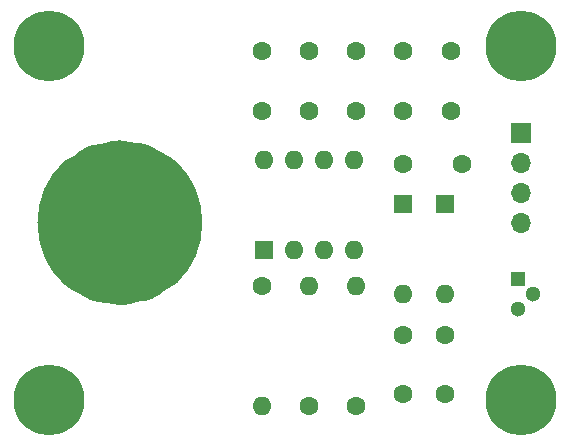
<source format=gbr>
%TF.GenerationSoftware,KiCad,Pcbnew,(5.1.10)-1*%
%TF.CreationDate,2021-12-11T17:16:27+05:30*%
%TF.ProjectId,LTZ1000 Board,4c545a31-3030-4302-9042-6f6172642e6b,rev?*%
%TF.SameCoordinates,Original*%
%TF.FileFunction,Soldermask,Top*%
%TF.FilePolarity,Negative*%
%FSLAX46Y46*%
G04 Gerber Fmt 4.6, Leading zero omitted, Abs format (unit mm)*
G04 Created by KiCad (PCBNEW (5.1.10)-1) date 2021-12-11 17:16:27*
%MOMM*%
%LPD*%
G01*
G04 APERTURE LIST*
%ADD10C,8.000000*%
%ADD11O,1.600000X1.600000*%
%ADD12R,1.600000X1.600000*%
%ADD13O,1.700000X1.700000*%
%ADD14R,1.700000X1.700000*%
%ADD15C,0.800000*%
%ADD16C,6.000000*%
%ADD17O,1.200000X1.200000*%
%ADD18O,1.600000X1.200000*%
%ADD19R,1.300000X1.300000*%
%ADD20C,1.300000*%
%ADD21C,1.600000*%
G04 APERTURE END LIST*
D10*
X139000000Y-105000000D02*
G75*
G03*
X139000000Y-105000000I-3000000J0D01*
G01*
D11*
%TO.C,U1*%
X148190000Y-99690000D03*
X155810000Y-107310000D03*
X150730000Y-99690000D03*
X153270000Y-107310000D03*
X153270000Y-99690000D03*
X150730000Y-107310000D03*
X155810000Y-99690000D03*
D12*
X148190000Y-107310000D03*
%TD*%
D11*
%TO.C,D2*%
X163500000Y-111000000D03*
D12*
X163500000Y-103380000D03*
%TD*%
D11*
%TO.C,D1*%
X160000000Y-111000000D03*
D12*
X160000000Y-103380000D03*
%TD*%
D13*
%TO.C,J1*%
X170000000Y-105000000D03*
X170000000Y-102460000D03*
X170000000Y-99920000D03*
D14*
X170000000Y-97380000D03*
%TD*%
D15*
%TO.C,H2*%
X131590990Y-118409010D03*
X130000000Y-117750000D03*
X128409010Y-118409010D03*
X127750000Y-120000000D03*
X128409010Y-121590990D03*
X130000000Y-122250000D03*
X131590990Y-121590990D03*
X132250000Y-120000000D03*
D16*
X130000000Y-120000000D03*
%TD*%
D17*
%TO.C,U2*%
X138065752Y-107064752D03*
X136001000Y-107920000D03*
X133936248Y-107064752D03*
X133081000Y-105000000D03*
X133936248Y-102935248D03*
X136001000Y-102080000D03*
X138065752Y-102935248D03*
D18*
X138921000Y-105000000D03*
%TD*%
D15*
%TO.C,H4*%
X171590990Y-118409010D03*
X170000000Y-117750000D03*
X168409010Y-118409010D03*
X167750000Y-120000000D03*
X168409010Y-121590990D03*
X170000000Y-122250000D03*
X171590990Y-121590990D03*
X172250000Y-120000000D03*
D16*
X170000000Y-120000000D03*
%TD*%
D15*
%TO.C,H3*%
X171590990Y-88409010D03*
X170000000Y-87750000D03*
X168409010Y-88409010D03*
X167750000Y-90000000D03*
X168409010Y-91590990D03*
X170000000Y-92250000D03*
X171590990Y-91590990D03*
X172250000Y-90000000D03*
D16*
X170000000Y-90000000D03*
%TD*%
D15*
%TO.C,H1*%
X131590990Y-88409010D03*
X130000000Y-87750000D03*
X128409010Y-88409010D03*
X127750000Y-90000000D03*
X128409010Y-91590990D03*
X130000000Y-92250000D03*
X131590990Y-91590990D03*
X132250000Y-90000000D03*
D16*
X130000000Y-90000000D03*
%TD*%
D19*
%TO.C,Q1*%
X169730000Y-109730000D03*
D20*
X169730000Y-112270000D03*
X171000000Y-111000000D03*
%TD*%
D21*
%TO.C,R9*%
X152000000Y-90420000D03*
X152000000Y-95500000D03*
%TD*%
%TO.C,R8*%
X148000000Y-95500000D03*
X148000000Y-90420000D03*
%TD*%
%TO.C,R7*%
X160000000Y-90420000D03*
X160000000Y-95500000D03*
%TD*%
%TO.C,R6*%
X156000000Y-95500000D03*
X156000000Y-90420000D03*
%TD*%
D11*
%TO.C,R4*%
X152000000Y-110340000D03*
D21*
X152000000Y-120500000D03*
%TD*%
%TO.C,R3*%
X164000000Y-95500000D03*
X164000000Y-90420000D03*
%TD*%
D11*
%TO.C,R2*%
X148000000Y-120500000D03*
D21*
X148000000Y-110340000D03*
%TD*%
D11*
%TO.C,R1*%
X156000000Y-110340000D03*
D21*
X156000000Y-120500000D03*
%TD*%
%TO.C,C3*%
X160000000Y-100000000D03*
X165000000Y-100000000D03*
%TD*%
%TO.C,C2*%
X163500000Y-119500000D03*
X163500000Y-114500000D03*
%TD*%
%TO.C,C1*%
X160000000Y-119500000D03*
X160000000Y-114500000D03*
%TD*%
M02*

</source>
